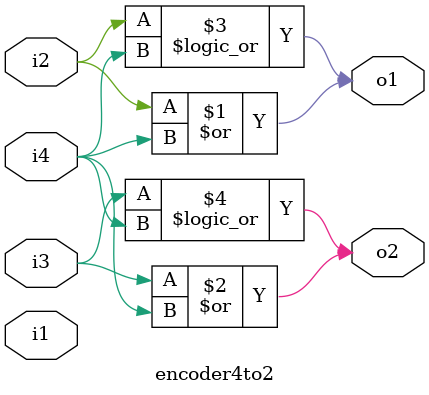
<source format=v>
 module encoder4to2(i4,i3,i2,i1,o1,o2);
 input i4,i3,i2,i1;
 output o2,o1;
 or g1(o1,i2,i4);
 or g2(o2,i3,i4);
 assign o1=i2||i4;
 assign o2=i3||i4;
 endmodule 

</source>
